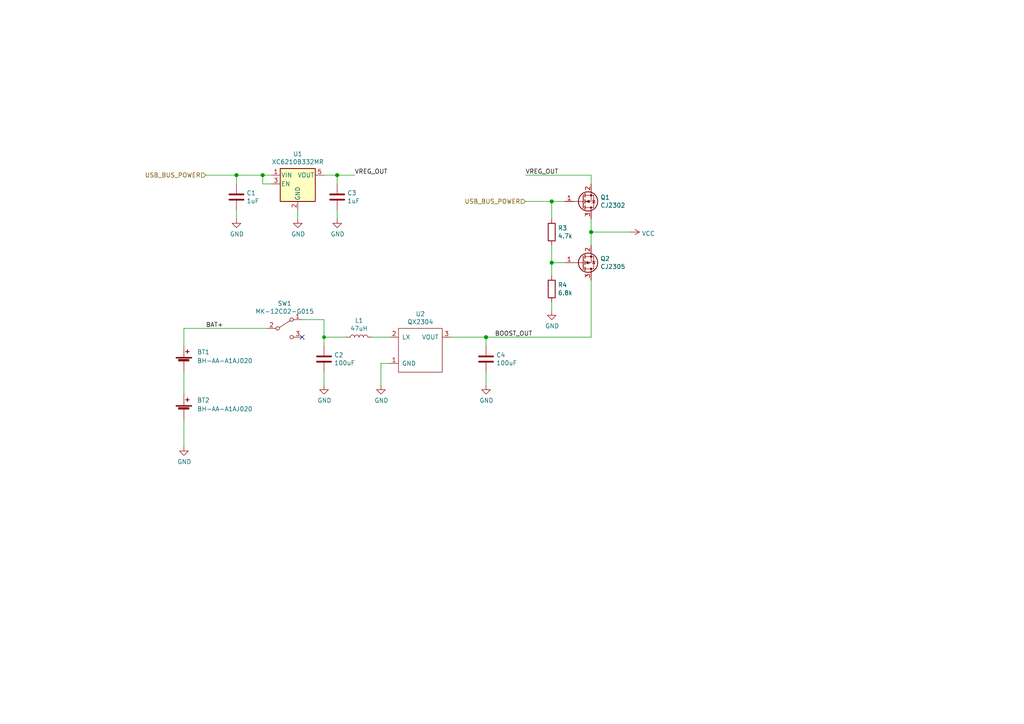
<source format=kicad_sch>
(kicad_sch (version 20250114) (generator "eeschema") (generator_version "9.0")
  (paper "A4")
  (title_block (title "2x AA Battery power with switch to USB, reg to 3v3") (date "2022-06-12") (rev "1.0") (comment 1 "CC-BY-SA"))
  (lib_symbols
    (symbol "Device:Battery_Cell" (pin_numbers (hide yes)) (pin_names (offset 0) (hide yes))
      (property "Reference" "BT" (at 2.54 2.54 0))
      (property "Value" "Battery_Cell" (at 2.54 0 0))
      (symbol "Battery_Cell_0_1"
        (rectangle (start -2.286 1.778) (end 2.286 1.524) (fill (type outline)))
        (rectangle (start -1.5748 1.1938) (end 1.4732 0.6858) (fill (type outline)))
        (polyline (pts (xy 0 1.778) (xy 0 2.54)))
        (polyline (pts (xy 0 0.762) (xy 0 0)))
        (polyline (pts (xy 0.508 3.429) (xy 1.524 3.429)) (stroke (width 0.254)))
        (polyline (pts (xy 1.016 3.937) (xy 1.016 2.921)) (stroke (width 0.254)))
      )
      (symbol "Battery_Cell_1_1"
        (pin passive line (at 0 5.08 270) (length 2.54) (name "+") (number "1"))
        (pin passive line (at 0 -2.54 90) (length 2.54) (name "-") (number "2"))
      )
    )
    (symbol "Regulator_Linear:AP2204K-3.3" (pin_names (offset 0.254))
      (property "Reference" "U" (at -5.08 5.715 0))
      (property "Value" "AP2204K-3.3" (at 0 5.715 0))
      (symbol "AP2204K-3.3_0_1"
        (rectangle (start -5.08 4.445) (end 5.08 -5.08) (stroke (width 0.254)) (fill (type background)))
      )
      (symbol "AP2204K-3.3_1_1"
        (pin power_in line (at -7.62 2.54 0) (length 2.54) (name "VIN") (number "1"))
        (pin input line (at -7.62 0 0) (length 2.54) (name "EN") (number "3"))
        (pin power_in line (at 0 -7.62 90) (length 2.54) (name "GND") (number "2"))
        (pin power_out line (at 7.62 2.54 180) (length 2.54) (name "VOUT") (number "5"))
        (pin no_connect line (at 7.62 0 180) (length 2.54) (hide yes) (name "NC") (number "4"))
      )
    )
    (symbol "Semiconductors:QX2304" (pin_names (offset 1.016))
      (property "Reference" "U" (at 0 1.27 0))
      (property "Value" "QX2304" (at 0 -1.27 0))
      (symbol "QX2304_0_1"
        (rectangle (start -6.35 6.35) (end 6.35 -6.35))
      )
      (symbol "QX2304_1_1"
        (pin power_in line (at -8.89 3.81 0) (length 2.54) (name "LX") (number "2"))
        (pin passive line (at -8.89 -3.81 0) (length 2.54) (name "GND") (number "1"))
        (pin power_out line (at 8.89 3.81 180) (length 2.54) (name "VOUT") (number "3"))
      )
    )
    (symbol "Switch:SW_SPDT" (pin_names (offset 0) (hide yes))
      (property "Reference" "SW" (at 0 4.318 0))
      (property "Value" "SW_SPDT" (at 0 -5.08 0))
      (symbol "SW_SPDT_0_0"
        (circle (center -2.032 0) (radius 0.508))
        (circle (center 2.032 -2.54) (radius 0.508))
      )
      (symbol "SW_SPDT_0_1"
        (polyline (pts (xy -1.524 0.254) (xy 1.651 2.286)))
        (circle (center 2.032 2.54) (radius 0.508))
      )
      (symbol "SW_SPDT_1_1"
        (pin passive line (at -5.08 0 0) (length 2.54) (name "B") (number "2"))
        (pin passive line (at 5.08 2.54 180) (length 2.54) (name "A") (number "1"))
        (pin passive line (at 5.08 -2.54 180) (length 2.54) (name "C") (number "3"))
      )
    )
    (symbol "charliedistance-rescue:C-device" (pin_numbers (hide yes)) (pin_names (offset 0.254))
      (property "Reference" "C" (at 0.635 2.54 0))
      (property "Value" "C-device" (at 0.635 -2.54 0))
      (symbol "C-device_0_1"
        (polyline (pts (xy -2.032 0.762) (xy 2.032 0.762)) (stroke (width 0.508)))
        (polyline (pts (xy -2.032 -0.762) (xy 2.032 -0.762)) (stroke (width 0.508)))
      )
      (symbol "C-device_1_1"
        (pin passive line (at 0 3.81 270) (length 2.794) (name "~") (number "1"))
        (pin passive line (at 0 -3.81 90) (length 2.794) (name "~") (number "2"))
      )
    )
    (symbol "charliedistance-rescue:L-device" (pin_numbers (hide yes)) (pin_names (offset 1.016) (hide yes))
      (property "Reference" "L" (at -1.27 0 90))
      (property "Value" "L-device" (at 1.905 0 90))
      (symbol "L-device_0_1"
        (arc (start 0 2.54) (mid 0.6323 1.905) (end 0 1.27))
        (arc (start 0 1.27) (mid 0.6323 0.635) (end 0 0))
        (arc (start 0 0) (mid 0.6323 -0.635) (end 0 -1.27))
        (arc (start 0 -1.27) (mid 0.6323 -1.905) (end 0 -2.54))
      )
      (symbol "L-device_1_1"
        (pin passive line (at 0 3.81 270) (length 1.27) (name "1") (number "1"))
        (pin passive line (at 0 -3.81 90) (length 1.27) (name "2") (number "2"))
      )
    )
    (symbol "charliedistance-rescue:Q_NMOS_GSD-device" (pin_names (offset 0) (hide yes))
      (property "Reference" "Q" (at 5.08 1.27 0))
      (property "Value" "Q_NMOS_GSD-device" (at 5.08 -1.27 0))
      (symbol "Q_NMOS_GSD-device_0_1"
        (polyline (pts (xy 0.254 1.905) (xy 0.254 -1.905)) (stroke (width 0.254)))
        (polyline (pts (xy 0.254 0) (xy -2.54 0)))
        (polyline (pts (xy 0.762 2.286) (xy 0.762 1.27)) (stroke (width 0.254)))
        (polyline (pts (xy 0.762 0.508) (xy 0.762 -0.508)) (stroke (width 0.254)))
        (polyline (pts (xy 0.762 -1.27) (xy 0.762 -2.286)) (stroke (width 0.254)))
        (polyline (pts (xy 0.762 -1.778) (xy 3.302 -1.778) (xy 3.302 1.778) (xy 0.762 1.778)))
        (polyline (pts (xy 1.016 0) (xy 2.032 0.381) (xy 2.032 -0.381) (xy 1.016 0)) (fill (type outline)))
        (circle (center 1.651 0) (radius 2.794) (stroke (width 0.254)))
        (polyline (pts (xy 2.54 2.54) (xy 2.54 1.778)))
        (circle (center 2.54 1.778) (radius 0.254) (fill (type outline)))
        (circle (center 2.54 -1.778) (radius 0.254) (fill (type outline)))
        (polyline (pts (xy 2.54 -2.54) (xy 2.54 0) (xy 0.762 0)))
        (polyline (pts (xy 2.794 0.508) (xy 2.921 0.381) (xy 3.683 0.381) (xy 3.81 0.254)))
        (polyline (pts (xy 3.302 0.381) (xy 2.921 -0.254) (xy 3.683 -0.254) (xy 3.302 0.381)))
      )
      (symbol "Q_NMOS_GSD-device_1_1"
        (pin input line (at -5.08 0 0) (length 2.54) (name "G") (number "1"))
        (pin passive line (at 2.54 5.08 270) (length 2.54) (name "D") (number "3"))
        (pin passive line (at 2.54 -5.08 90) (length 2.54) (name "S") (number "2"))
      )
    )
    (symbol "charliedistance-rescue:Q_PMOS_GSD-device" (pin_names (offset 0) (hide yes))
      (property "Reference" "Q" (at 5.08 1.27 0))
      (property "Value" "Q_PMOS_GSD-device" (at 5.08 -1.27 0))
      (symbol "Q_PMOS_GSD-device_0_1"
        (polyline (pts (xy 0.254 1.905) (xy 0.254 -1.905)) (stroke (width 0.254)))
        (polyline (pts (xy 0.254 0) (xy -2.54 0)))
        (polyline (pts (xy 0.762 2.286) (xy 0.762 1.27)) (stroke (width 0.254)))
        (polyline (pts (xy 0.762 1.778) (xy 3.302 1.778) (xy 3.302 -1.778) (xy 0.762 -1.778)))
        (polyline (pts (xy 0.762 0.508) (xy 0.762 -0.508)) (stroke (width 0.254)))
        (polyline (pts (xy 0.762 -1.27) (xy 0.762 -2.286)) (stroke (width 0.254)))
        (circle (center 1.651 0) (radius 2.794) (stroke (width 0.254)))
        (polyline (pts (xy 2.286 0) (xy 1.27 0.381) (xy 1.27 -0.381) (xy 2.286 0)) (fill (type outline)))
        (polyline (pts (xy 2.54 2.54) (xy 2.54 1.778)))
        (circle (center 2.54 1.778) (radius 0.254) (fill (type outline)))
        (circle (center 2.54 -1.778) (radius 0.254) (fill (type outline)))
        (polyline (pts (xy 2.54 -2.54) (xy 2.54 0) (xy 0.762 0)))
        (polyline (pts (xy 2.794 -0.508) (xy 2.921 -0.381) (xy 3.683 -0.381) (xy 3.81 -0.254)))
        (polyline (pts (xy 3.302 -0.381) (xy 2.921 0.254) (xy 3.683 0.254) (xy 3.302 -0.381)))
      )
      (symbol "Q_PMOS_GSD-device_1_1"
        (pin input line (at -5.08 0 0) (length 2.54) (name "G") (number "1"))
        (pin passive line (at 2.54 5.08 270) (length 2.54) (name "D") (number "3"))
        (pin passive line (at 2.54 -5.08 90) (length 2.54) (name "S") (number "2"))
      )
    )
    (symbol "charliedistance-rescue:R-device" (pin_numbers (hide yes)) (pin_names (offset 0))
      (property "Reference" "R" (at 2.032 0 90))
      (property "Value" "R-device" (at 0 0 90))
      (symbol "R-device_0_1"
        (rectangle (start -1.016 -2.54) (end 1.016 2.54) (stroke (width 0.254)))
      )
      (symbol "R-device_1_1"
        (pin passive line (at 0 3.81 270) (length 1.27) (name "~") (number "1"))
        (pin passive line (at 0 -3.81 90) (length 1.27) (name "~") (number "2"))
      )
    )
    (symbol "power:GND" (power) (pin_names (offset 0))
      (property "Value" "GND" (at 0 -3.81 0))
      (symbol "GND_0_1"
        (polyline (pts (xy 0 0) (xy 0 -1.27) (xy 1.27 -1.27) (xy 0 -2.54) (xy -1.27 -1.27) (xy 0 -1.27)))
      )
      (symbol "GND_1_1"
        (pin power_in line (at 0 0 270) (length 0) (hide yes) (name "GND") (number "1"))
      )
    )
    (symbol "power:VCC" (power) (pin_names (offset 0))
      (property "Value" "VCC" (at 0 3.81 0))
      (symbol "VCC_0_1"
        (polyline (pts (xy -0.762 1.27) (xy 0 2.54)))
        (polyline (pts (xy 0 2.54) (xy 0.762 1.27)))
        (polyline (pts (xy 0 0) (xy 0 2.54)))
      )
      (symbol "VCC_1_1"
        (pin power_in line (at 0 0 90) (length 0) (hide yes) (name "VCC") (number "1"))
      )
    )
  )
  (junction (at 93.98 97.79))
  (junction (at 97.79 50.8) (diameter 1.016))
  (junction (at 160.02 76.2) (diameter 1.016))
  (junction (at 160.02 58.42) (diameter 1.016))
  (junction (at 140.97 97.79) (diameter 1.016))
  (junction (at 76.2 50.8) (diameter 1.016))
  (junction (at 68.58 50.8) (diameter 1.016))
  (junction (at 171.45 67.31) (diameter 1.016))
  (no_connect (at 87.63 97.79))
  (wire (pts (xy 68.58 53.34) (xy 68.58 50.8)))
  (wire (pts (xy 93.98 107.95) (xy 93.98 111.76)))
  (wire (pts (xy 53.34 107.95) (xy 53.34 114.3)))
  (wire (pts (xy 160.02 76.2) (xy 160.02 80.01)))
  (wire (pts (xy 86.36 60.96) (xy 86.36 63.5)))
  (wire (pts (xy 140.97 100.33) (xy 140.97 97.79)))
  (wire (pts (xy 140.97 107.95) (xy 140.97 111.76)))
  (wire (pts (xy 140.97 97.79) (xy 171.45 97.79)))
  (wire (pts (xy 53.34 95.25) (xy 53.34 100.33)))
  (wire (pts (xy 76.2 53.34) (xy 76.2 50.8)))
  (wire (pts (xy 160.02 63.5) (xy 160.02 58.42)))
  (wire (pts (xy 97.79 50.8) (xy 102.87 50.8)))
  (wire (pts (xy 171.45 63.5) (xy 171.45 67.31)))
  (wire (pts (xy 93.98 97.79) (xy 93.98 100.33)))
  (wire (pts (xy 160.02 87.63) (xy 160.02 90.17)))
  (wire (pts (xy 97.79 53.34) (xy 97.79 50.8)))
  (wire (pts (xy 78.74 53.34) (xy 76.2 53.34)))
  (wire (pts (xy 87.63 92.71) (xy 93.98 92.71)))
  (wire (pts (xy 68.58 50.8) (xy 59.69 50.8)))
  (wire (pts (xy 113.03 97.79) (xy 107.95 97.79)))
  (wire (pts (xy 163.83 76.2) (xy 160.02 76.2)))
  (wire (pts (xy 100.33 97.79) (xy 93.98 97.79)))
  (wire (pts (xy 110.49 105.41) (xy 110.49 111.76)))
  (wire (pts (xy 171.45 53.34) (xy 171.45 50.8)))
  (wire (pts (xy 163.83 58.42) (xy 160.02 58.42)))
  (wire (pts (xy 160.02 58.42) (xy 152.4 58.42)))
  (wire (pts (xy 53.34 95.25) (xy 77.47 95.25)))
  (wire (pts (xy 171.45 67.31) (xy 182.88 67.31)))
  (wire (pts (xy 160.02 71.12) (xy 160.02 76.2)))
  (wire (pts (xy 113.03 105.41) (xy 110.49 105.41)))
  (wire (pts (xy 68.58 60.96) (xy 68.58 63.5)))
  (wire (pts (xy 93.98 50.8) (xy 97.79 50.8)))
  (wire (pts (xy 78.74 50.8) (xy 76.2 50.8)))
  (wire (pts (xy 93.98 92.71) (xy 93.98 97.79)))
  (wire (pts (xy 97.79 60.96) (xy 97.79 63.5)))
  (wire (pts (xy 76.2 50.8) (xy 68.58 50.8)))
  (wire (pts (xy 171.45 50.8) (xy 152.4 50.8)))
  (wire (pts (xy 171.45 81.28) (xy 171.45 97.79)))
  (wire (pts (xy 171.45 67.31) (xy 171.45 71.12)))
  (wire (pts (xy 53.34 121.92) (xy 53.34 129.54)))
  (wire (pts (xy 130.81 97.79) (xy 140.97 97.79)))
  (label "VREG_OUT" (at 152.4 50.8 0))
  (label "BOOST_OUT" (at 143.51 97.79 0))
  (label "BAT+" (at 59.69 95.25 0))
  (label "VREG_OUT" (at 102.87 50.8 0))
  (hierarchical_label "USB_BUS_POWER" (shape input) (at 59.69 50.8 180))
  (hierarchical_label "USB_BUS_POWER" (shape input) (at 152.4 58.42 180))
  (symbol (lib_id "power:GND") (at 160.02 90.17 0) (unit 1)
    (property "Reference" "#PWR012" (effects (hide yes)))
    (property "Value" "GND" (at 160.147 94.5642 0))
  )
  (symbol (lib_id "charliedistance-rescue:Q_PMOS_GSD-device") (at 168.91 76.2 0) (mirror x) (unit 1)
    (property "Reference" "Q2" (at 174.117 75.0316 0) (effects (justify left)))
    (property "Value" "CJ2305" (at 174.117 77.343 0) (effects (justify left)))
    (property "Footprint" "Package_TO_SOT_SMD:SOT-23" (effects (hide yes)))
    (property "LCSC" "C8549" (effects (hide yes)))
  )
  (symbol (lib_id "charliedistance-rescue:L-device") (at 104.14 97.79 90) (unit 1)
    (property "Reference" "L1" (at 104.14 92.964 90))
    (property "Value" "47uH" (at 104.14 95.2754 90))
    (property "Footprint" "Inductor_SMD:L_1210_3225Metric" (effects (hide yes)))
  )
  (symbol (lib_id "power:GND") (at 140.97 111.76 0) (unit 1)
    (property "Reference" "#PWR011" (effects (hide yes)))
    (property "Value" "GND" (at 141.097 116.1542 0))
  )
  (symbol (lib_id "charliedistance-rescue:C-device") (at 68.58 57.15 0) (unit 1)
    (property "Reference" "C1" (at 71.501 55.9816 0) (effects (justify left)))
    (property "Value" "1uF" (at 71.501 58.293 0) (effects (justify left)))
    (property "Footprint" "Capacitor_SMD:C_0603_1608Metric" (effects (hide yes)))
  )
  (symbol (lib_id "charliedistance-rescue:Q_NMOS_GSD-device") (at 168.91 58.42 0) (mirror x) (unit 1)
    (property "Reference" "Q1" (at 174.117 57.2516 0) (effects (justify left)))
    (property "Value" "CJ2302" (at 174.117 59.563 0) (effects (justify left)))
    (property "Footprint" "Package_TO_SOT_SMD:SOT-23" (effects (hide yes)))
    (property "LCSC" "C8548" (effects (hide yes)))
  )
  (symbol (lib_id "Switch:SW_SPDT") (at 82.55 95.25 0) (unit 1)
    (property "Reference" "SW1" (at 82.55 88.011 0))
    (property "Value" "MK-12C02-G015" (at 82.55 90.3224 0))
    (property "Footprint" "Button_Switch_SMD:SW_SPDT_PCM12" (effects (hide yes)))
    (property "Datasheet" "https://www.lcsc.com/datasheet/lcsc_datasheet_2111021330_G-Switch-MK-12C02-G015_C2911519.pdf" (effects (hide yes)))
    (property "LCSC" "C2911519" (effects (hide yes)))
  )
  (symbol (lib_id "power:GND") (at 68.58 63.5 0) (unit 1)
    (property "Reference" "#PWR06" (effects (hide yes)))
    (property "Value" "GND" (at 68.707 67.8942 0))
  )
  (symbol (lib_id "power:GND") (at 53.34 129.54 0) (unit 1)
    (property "Reference" "#PWR05" (effects (hide yes)))
    (property "Value" "GND" (at 53.467 133.9342 0))
  )
  (symbol (lib_id "charliedistance-rescue:C-device") (at 97.79 57.15 0) (unit 1)
    (property "Reference" "C3" (at 100.711 55.9816 0) (effects (justify left)))
    (property "Value" "1uF" (at 100.711 58.293 0) (effects (justify left)))
    (property "Footprint" "Capacitor_SMD:C_0603_1608Metric" (effects (hide yes)))
  )
  (symbol (lib_id "Device:Battery_Cell") (at 53.34 105.41 0) (unit 1)
    (property "Reference" "BT1" (at 57.15 102.1079 0) (effects (justify left)))
    (property "Value" "BH-AA-A1AJ020" (at 57.15 104.6479 0) (effects (justify left)))
    (property "Footprint" "Power:Single_AA" (effects (hide yes)))
    (property "Datasheet" "https://www.lcsc.com/datasheet/lcsc_datasheet_2411271911_MYOUNG-BH-AA-A1AJ020_C5290181.pdf" (effects (hide yes)))
    (property "LCSC" "C5290181" (effects (hide yes)))
  )
  (symbol (lib_id "Device:Battery_Cell") (at 53.34 119.38 0) (unit 1)
    (property "Reference" "BT2" (at 57.15 116.0779 0) (effects (justify left)))
    (property "Value" "BH-AA-A1AJ020" (at 57.15 118.6179 0) (effects (justify left)))
    (property "Footprint" "Power:Single_AA" (effects (hide yes)))
    (property "Datasheet" "https://www.lcsc.com/datasheet/lcsc_datasheet_2411271911_MYOUNG-BH-AA-A1AJ020_C5290181.pdf" (effects (hide yes)))
    (property "LCSC" "C5290181" (effects (hide yes)))
  )
  (symbol (lib_id "Semiconductors:QX2304") (at 121.92 101.6 0) (unit 1)
    (property "Reference" "U2" (at 121.92 91.059 0))
    (property "Value" "QX2304" (at 121.92 93.3704 0))
    (property "Footprint" "Package_TO_SOT_SMD:SOT-23" (effects (hide yes)))
    (property "LCSC" "C219038" (effects (hide yes)))
  )
  (symbol (lib_id "Regulator_Linear:AP2204K-3.3") (at 86.36 53.34 0) (unit 1)
    (property "Reference" "U1" (at 86.36 44.6532 0))
    (property "Value" "XC6210B332MR" (at 86.36 46.9646 0))
    (property "Footprint" "Package_TO_SOT_SMD:SOT-23-5" (effects (hide yes)))
    (property "Datasheet" "https://www.lcsc.com/datasheet/lcsc_datasheet_2409302230_TECH-PUBLIC-XC6210B332MR_C3021084.pdf" (effects (hide yes)))
    (property "LCSC" "C3021084" (effects (hide yes)))
  )
  (symbol (lib_id "power:GND") (at 86.36 63.5 0) (unit 1)
    (property "Reference" "#PWR07" (effects (hide yes)))
    (property "Value" "GND" (at 86.487 67.8942 0))
  )
  (symbol (lib_id "power:GND") (at 93.98 111.76 0) (unit 1)
    (property "Reference" "#PWR08" (effects (hide yes)))
    (property "Value" "GND" (at 94.107 116.1542 0))
  )
  (symbol (lib_id "charliedistance-rescue:R-device") (at 160.02 83.82 0) (unit 1)
    (property "Reference" "R4" (at 161.798 82.6516 0) (effects (justify left)))
    (property "Value" "6.8k" (at 161.798 84.963 0) (effects (justify left)))
    (property "Footprint" "Resistor_SMD:R_0603_1608Metric" (effects (hide yes)))
  )
  (symbol (lib_id "charliedistance-rescue:C-device") (at 140.97 104.14 0) (unit 1)
    (property "Reference" "C4" (at 143.891 102.9716 0) (effects (justify left)))
    (property "Value" "100uF" (at 143.891 105.283 0) (effects (justify left)))
    (property "Footprint" "Capacitor_SMD:C_1206_3216Metric" (effects (hide yes)))
  )
  (symbol (lib_id "power:GND") (at 97.79 63.5 0) (unit 1)
    (property "Reference" "#PWR09" (effects (hide yes)))
    (property "Value" "GND" (at 97.917 67.8942 0))
  )
  (symbol (lib_id "power:GND") (at 110.49 111.76 0) (unit 1)
    (property "Reference" "#PWR010" (effects (hide yes)))
    (property "Value" "GND" (at 110.617 116.1542 0))
  )
  (symbol (lib_id "power:VCC") (at 182.88 67.31 270) (unit 1)
    (property "Reference" "#PWR013" (effects (hide yes)))
    (property "Value" "VCC" (at 186.1312 67.7418 90) (effects (justify left)))
  )
  (symbol (lib_id "charliedistance-rescue:R-device") (at 160.02 67.31 0) (unit 1)
    (property "Reference" "R3" (at 161.798 66.1416 0) (effects (justify left)))
    (property "Value" "4.7k" (at 161.798 68.453 0) (effects (justify left)))
    (property "Footprint" "Resistor_SMD:R_0603_1608Metric" (effects (hide yes)))
  )
  (symbol (lib_id "charliedistance-rescue:C-device") (at 93.98 104.14 0) (unit 1)
    (property "Reference" "C2" (at 96.901 102.9716 0) (effects (justify left)))
    (property "Value" "100uF" (at 96.901 105.283 0) (effects (justify left)))
    (property "Footprint" "Capacitor_SMD:C_1206_3216Metric" (effects (hide yes)))
  )
)
</source>
